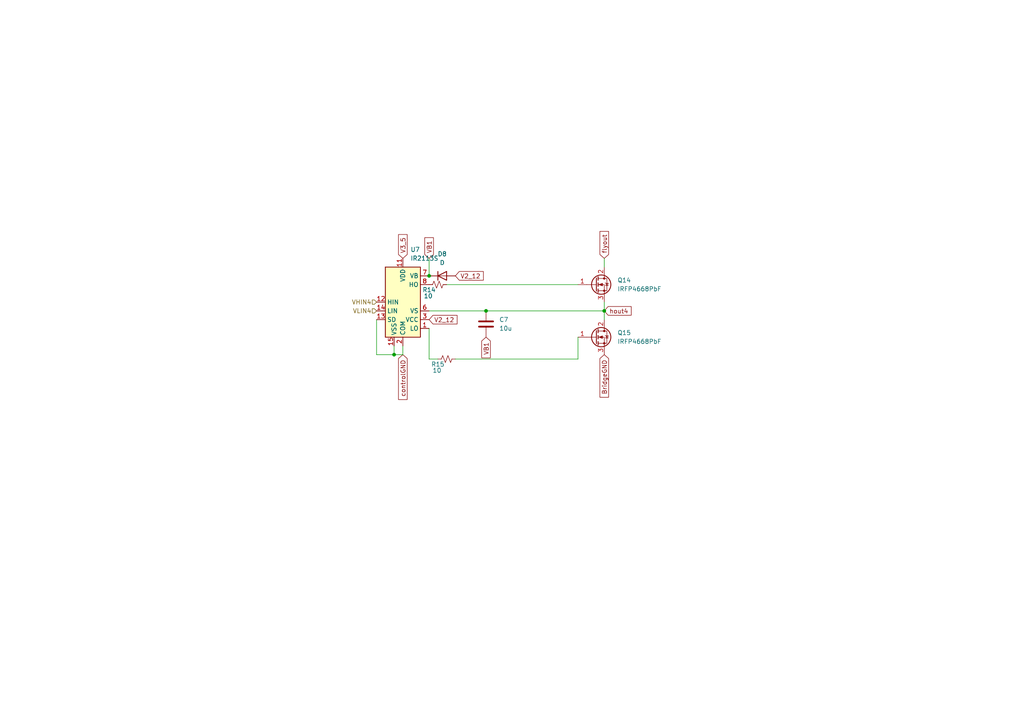
<source format=kicad_sch>
(kicad_sch
	(version 20231120)
	(generator "eeschema")
	(generator_version "8.0")
	(uuid "31f12878-9baa-4733-9a47-00a44b9d8b69")
	(paper "A4")
	(lib_symbols
		(symbol "Device:C"
			(pin_numbers hide)
			(pin_names
				(offset 0.254)
			)
			(exclude_from_sim no)
			(in_bom yes)
			(on_board yes)
			(property "Reference" "C"
				(at 0.635 2.54 0)
				(effects
					(font
						(size 1.27 1.27)
					)
					(justify left)
				)
			)
			(property "Value" "C"
				(at 0.635 -2.54 0)
				(effects
					(font
						(size 1.27 1.27)
					)
					(justify left)
				)
			)
			(property "Footprint" ""
				(at 0.9652 -3.81 0)
				(effects
					(font
						(size 1.27 1.27)
					)
					(hide yes)
				)
			)
			(property "Datasheet" "~"
				(at 0 0 0)
				(effects
					(font
						(size 1.27 1.27)
					)
					(hide yes)
				)
			)
			(property "Description" "Unpolarized capacitor"
				(at 0 0 0)
				(effects
					(font
						(size 1.27 1.27)
					)
					(hide yes)
				)
			)
			(property "ki_keywords" "cap capacitor"
				(at 0 0 0)
				(effects
					(font
						(size 1.27 1.27)
					)
					(hide yes)
				)
			)
			(property "ki_fp_filters" "C_*"
				(at 0 0 0)
				(effects
					(font
						(size 1.27 1.27)
					)
					(hide yes)
				)
			)
			(symbol "C_0_1"
				(polyline
					(pts
						(xy -2.032 -0.762) (xy 2.032 -0.762)
					)
					(stroke
						(width 0.508)
						(type default)
					)
					(fill
						(type none)
					)
				)
				(polyline
					(pts
						(xy -2.032 0.762) (xy 2.032 0.762)
					)
					(stroke
						(width 0.508)
						(type default)
					)
					(fill
						(type none)
					)
				)
			)
			(symbol "C_1_1"
				(pin passive line
					(at 0 3.81 270)
					(length 2.794)
					(name "~"
						(effects
							(font
								(size 1.27 1.27)
							)
						)
					)
					(number "1"
						(effects
							(font
								(size 1.27 1.27)
							)
						)
					)
				)
				(pin passive line
					(at 0 -3.81 90)
					(length 2.794)
					(name "~"
						(effects
							(font
								(size 1.27 1.27)
							)
						)
					)
					(number "2"
						(effects
							(font
								(size 1.27 1.27)
							)
						)
					)
				)
			)
		)
		(symbol "Device:D"
			(pin_numbers hide)
			(pin_names
				(offset 1.016) hide)
			(exclude_from_sim no)
			(in_bom yes)
			(on_board yes)
			(property "Reference" "D"
				(at 0 2.54 0)
				(effects
					(font
						(size 1.27 1.27)
					)
				)
			)
			(property "Value" "D"
				(at 0 -2.54 0)
				(effects
					(font
						(size 1.27 1.27)
					)
				)
			)
			(property "Footprint" ""
				(at 0 0 0)
				(effects
					(font
						(size 1.27 1.27)
					)
					(hide yes)
				)
			)
			(property "Datasheet" "~"
				(at 0 0 0)
				(effects
					(font
						(size 1.27 1.27)
					)
					(hide yes)
				)
			)
			(property "Description" "Diode"
				(at 0 0 0)
				(effects
					(font
						(size 1.27 1.27)
					)
					(hide yes)
				)
			)
			(property "Sim.Device" "D"
				(at 0 0 0)
				(effects
					(font
						(size 1.27 1.27)
					)
					(hide yes)
				)
			)
			(property "Sim.Pins" "1=K 2=A"
				(at 0 0 0)
				(effects
					(font
						(size 1.27 1.27)
					)
					(hide yes)
				)
			)
			(property "ki_keywords" "diode"
				(at 0 0 0)
				(effects
					(font
						(size 1.27 1.27)
					)
					(hide yes)
				)
			)
			(property "ki_fp_filters" "TO-???* *_Diode_* *SingleDiode* D_*"
				(at 0 0 0)
				(effects
					(font
						(size 1.27 1.27)
					)
					(hide yes)
				)
			)
			(symbol "D_0_1"
				(polyline
					(pts
						(xy -1.27 1.27) (xy -1.27 -1.27)
					)
					(stroke
						(width 0.254)
						(type default)
					)
					(fill
						(type none)
					)
				)
				(polyline
					(pts
						(xy 1.27 0) (xy -1.27 0)
					)
					(stroke
						(width 0)
						(type default)
					)
					(fill
						(type none)
					)
				)
				(polyline
					(pts
						(xy 1.27 1.27) (xy 1.27 -1.27) (xy -1.27 0) (xy 1.27 1.27)
					)
					(stroke
						(width 0.254)
						(type default)
					)
					(fill
						(type none)
					)
				)
			)
			(symbol "D_1_1"
				(pin passive line
					(at -3.81 0 0)
					(length 2.54)
					(name "K"
						(effects
							(font
								(size 1.27 1.27)
							)
						)
					)
					(number "1"
						(effects
							(font
								(size 1.27 1.27)
							)
						)
					)
				)
				(pin passive line
					(at 3.81 0 180)
					(length 2.54)
					(name "A"
						(effects
							(font
								(size 1.27 1.27)
							)
						)
					)
					(number "2"
						(effects
							(font
								(size 1.27 1.27)
							)
						)
					)
				)
			)
		)
		(symbol "Device:R_Small_US"
			(pin_numbers hide)
			(pin_names
				(offset 0.254) hide)
			(exclude_from_sim no)
			(in_bom yes)
			(on_board yes)
			(property "Reference" "R"
				(at 0.762 0.508 0)
				(effects
					(font
						(size 1.27 1.27)
					)
					(justify left)
				)
			)
			(property "Value" "R_Small_US"
				(at 0.762 -1.016 0)
				(effects
					(font
						(size 1.27 1.27)
					)
					(justify left)
				)
			)
			(property "Footprint" ""
				(at 0 0 0)
				(effects
					(font
						(size 1.27 1.27)
					)
					(hide yes)
				)
			)
			(property "Datasheet" "~"
				(at 0 0 0)
				(effects
					(font
						(size 1.27 1.27)
					)
					(hide yes)
				)
			)
			(property "Description" "Resistor, small US symbol"
				(at 0 0 0)
				(effects
					(font
						(size 1.27 1.27)
					)
					(hide yes)
				)
			)
			(property "ki_keywords" "r resistor"
				(at 0 0 0)
				(effects
					(font
						(size 1.27 1.27)
					)
					(hide yes)
				)
			)
			(property "ki_fp_filters" "R_*"
				(at 0 0 0)
				(effects
					(font
						(size 1.27 1.27)
					)
					(hide yes)
				)
			)
			(symbol "R_Small_US_1_1"
				(polyline
					(pts
						(xy 0 0) (xy 1.016 -0.381) (xy 0 -0.762) (xy -1.016 -1.143) (xy 0 -1.524)
					)
					(stroke
						(width 0)
						(type default)
					)
					(fill
						(type none)
					)
				)
				(polyline
					(pts
						(xy 0 1.524) (xy 1.016 1.143) (xy 0 0.762) (xy -1.016 0.381) (xy 0 0)
					)
					(stroke
						(width 0)
						(type default)
					)
					(fill
						(type none)
					)
				)
				(pin passive line
					(at 0 2.54 270)
					(length 1.016)
					(name "~"
						(effects
							(font
								(size 1.27 1.27)
							)
						)
					)
					(number "1"
						(effects
							(font
								(size 1.27 1.27)
							)
						)
					)
				)
				(pin passive line
					(at 0 -2.54 90)
					(length 1.016)
					(name "~"
						(effects
							(font
								(size 1.27 1.27)
							)
						)
					)
					(number "2"
						(effects
							(font
								(size 1.27 1.27)
							)
						)
					)
				)
			)
		)
		(symbol "Driver_FET:IR2113S"
			(exclude_from_sim no)
			(in_bom yes)
			(on_board yes)
			(property "Reference" "U"
				(at 1.27 13.335 0)
				(effects
					(font
						(size 1.27 1.27)
					)
					(justify left)
				)
			)
			(property "Value" "IR2113S"
				(at 1.27 11.43 0)
				(effects
					(font
						(size 1.27 1.27)
					)
					(justify left)
				)
			)
			(property "Footprint" "Package_SO:SOIC-16W_7.5x10.3mm_P1.27mm"
				(at 0 0 0)
				(effects
					(font
						(size 1.27 1.27)
						(italic yes)
					)
					(hide yes)
				)
			)
			(property "Datasheet" "https://www.infineon.com/dgdl/ir2110.pdf?fileId=5546d462533600a4015355c80333167e"
				(at 0 0 0)
				(effects
					(font
						(size 1.27 1.27)
					)
					(hide yes)
				)
			)
			(property "Description" "High and Low Side Driver, 500V, 2.0/2.0A, SOIC-16W"
				(at 0 0 0)
				(effects
					(font
						(size 1.27 1.27)
					)
					(hide yes)
				)
			)
			(property "ki_keywords" "Gate Driver"
				(at 0 0 0)
				(effects
					(font
						(size 1.27 1.27)
					)
					(hide yes)
				)
			)
			(property "ki_fp_filters" "SOIC*7.5x10.3mm*P1.27mm*"
				(at 0 0 0)
				(effects
					(font
						(size 1.27 1.27)
					)
					(hide yes)
				)
			)
			(symbol "IR2113S_0_1"
				(rectangle
					(start -5.08 -10.16)
					(end 5.08 10.16)
					(stroke
						(width 0.254)
						(type default)
					)
					(fill
						(type background)
					)
				)
			)
			(symbol "IR2113S_1_1"
				(pin output line
					(at 7.62 -7.62 180)
					(length 2.54)
					(name "LO"
						(effects
							(font
								(size 1.27 1.27)
							)
						)
					)
					(number "1"
						(effects
							(font
								(size 1.27 1.27)
							)
						)
					)
				)
				(pin no_connect line
					(at 5.08 2.54 180)
					(length 2.54) hide
					(name "NC"
						(effects
							(font
								(size 1.27 1.27)
							)
						)
					)
					(number "10"
						(effects
							(font
								(size 1.27 1.27)
							)
						)
					)
				)
				(pin power_in line
					(at 0 12.7 270)
					(length 2.54)
					(name "VDD"
						(effects
							(font
								(size 1.27 1.27)
							)
						)
					)
					(number "11"
						(effects
							(font
								(size 1.27 1.27)
							)
						)
					)
				)
				(pin input line
					(at -7.62 0 0)
					(length 2.54)
					(name "HIN"
						(effects
							(font
								(size 1.27 1.27)
							)
						)
					)
					(number "12"
						(effects
							(font
								(size 1.27 1.27)
							)
						)
					)
				)
				(pin input line
					(at -7.62 -5.08 0)
					(length 2.54)
					(name "SD"
						(effects
							(font
								(size 1.27 1.27)
							)
						)
					)
					(number "13"
						(effects
							(font
								(size 1.27 1.27)
							)
						)
					)
				)
				(pin input line
					(at -7.62 -2.54 0)
					(length 2.54)
					(name "LIN"
						(effects
							(font
								(size 1.27 1.27)
							)
						)
					)
					(number "14"
						(effects
							(font
								(size 1.27 1.27)
							)
						)
					)
				)
				(pin power_in line
					(at -2.54 -12.7 90)
					(length 2.54)
					(name "VSS"
						(effects
							(font
								(size 1.27 1.27)
							)
						)
					)
					(number "15"
						(effects
							(font
								(size 1.27 1.27)
							)
						)
					)
				)
				(pin no_connect line
					(at 5.08 0 180)
					(length 2.54) hide
					(name "NC"
						(effects
							(font
								(size 1.27 1.27)
							)
						)
					)
					(number "16"
						(effects
							(font
								(size 1.27 1.27)
							)
						)
					)
				)
				(pin power_in line
					(at 0 -12.7 90)
					(length 2.54)
					(name "COM"
						(effects
							(font
								(size 1.27 1.27)
							)
						)
					)
					(number "2"
						(effects
							(font
								(size 1.27 1.27)
							)
						)
					)
				)
				(pin power_in line
					(at 7.62 -5.08 180)
					(length 2.54)
					(name "VCC"
						(effects
							(font
								(size 1.27 1.27)
							)
						)
					)
					(number "3"
						(effects
							(font
								(size 1.27 1.27)
							)
						)
					)
				)
				(pin no_connect line
					(at -5.08 7.62 0)
					(length 2.54) hide
					(name "NC"
						(effects
							(font
								(size 1.27 1.27)
							)
						)
					)
					(number "4"
						(effects
							(font
								(size 1.27 1.27)
							)
						)
					)
				)
				(pin no_connect line
					(at -5.08 5.08 0)
					(length 2.54) hide
					(name "NC"
						(effects
							(font
								(size 1.27 1.27)
							)
						)
					)
					(number "5"
						(effects
							(font
								(size 1.27 1.27)
							)
						)
					)
				)
				(pin passive line
					(at 7.62 -2.54 180)
					(length 2.54)
					(name "VS"
						(effects
							(font
								(size 1.27 1.27)
							)
						)
					)
					(number "6"
						(effects
							(font
								(size 1.27 1.27)
							)
						)
					)
				)
				(pin passive line
					(at 7.62 7.62 180)
					(length 2.54)
					(name "VB"
						(effects
							(font
								(size 1.27 1.27)
							)
						)
					)
					(number "7"
						(effects
							(font
								(size 1.27 1.27)
							)
						)
					)
				)
				(pin output line
					(at 7.62 5.08 180)
					(length 2.54)
					(name "HO"
						(effects
							(font
								(size 1.27 1.27)
							)
						)
					)
					(number "8"
						(effects
							(font
								(size 1.27 1.27)
							)
						)
					)
				)
				(pin no_connect line
					(at -5.08 2.54 0)
					(length 2.54) hide
					(name "NC"
						(effects
							(font
								(size 1.27 1.27)
							)
						)
					)
					(number "9"
						(effects
							(font
								(size 1.27 1.27)
							)
						)
					)
				)
			)
		)
		(symbol "Transistor_FET:IRFP4668PbF"
			(pin_names hide)
			(exclude_from_sim no)
			(in_bom yes)
			(on_board yes)
			(property "Reference" "Q"
				(at 5.08 1.905 0)
				(effects
					(font
						(size 1.27 1.27)
					)
					(justify left)
				)
			)
			(property "Value" "IRFP4668PbF"
				(at 5.08 0 0)
				(effects
					(font
						(size 1.27 1.27)
					)
					(justify left)
				)
			)
			(property "Footprint" "Package_TO_SOT_THT:TO-247-3_Vertical"
				(at 5.08 -1.905 0)
				(effects
					(font
						(size 1.27 1.27)
						(italic yes)
					)
					(justify left)
					(hide yes)
				)
			)
			(property "Datasheet" "https://www.infineon.com/dgdl/irfp4668pbf.pdf?fileId=5546d462533600a40153562c8528201d"
				(at 5.08 -3.81 0)
				(effects
					(font
						(size 1.27 1.27)
					)
					(justify left)
					(hide yes)
				)
			)
			(property "Description" "130A Id, 200V Vds, N-Channel Power MOSFET, TO-247"
				(at 0 0 0)
				(effects
					(font
						(size 1.27 1.27)
					)
					(hide yes)
				)
			)
			(property "ki_keywords" "N-Channel Power MOSFET"
				(at 0 0 0)
				(effects
					(font
						(size 1.27 1.27)
					)
					(hide yes)
				)
			)
			(property "ki_fp_filters" "TO?247*"
				(at 0 0 0)
				(effects
					(font
						(size 1.27 1.27)
					)
					(hide yes)
				)
			)
			(symbol "IRFP4668PbF_0_1"
				(polyline
					(pts
						(xy 0.254 0) (xy -2.54 0)
					)
					(stroke
						(width 0)
						(type default)
					)
					(fill
						(type none)
					)
				)
				(polyline
					(pts
						(xy 0.254 1.905) (xy 0.254 -1.905)
					)
					(stroke
						(width 0.254)
						(type default)
					)
					(fill
						(type none)
					)
				)
				(polyline
					(pts
						(xy 0.762 -1.27) (xy 0.762 -2.286)
					)
					(stroke
						(width 0.254)
						(type default)
					)
					(fill
						(type none)
					)
				)
				(polyline
					(pts
						(xy 0.762 0.508) (xy 0.762 -0.508)
					)
					(stroke
						(width 0.254)
						(type default)
					)
					(fill
						(type none)
					)
				)
				(polyline
					(pts
						(xy 0.762 2.286) (xy 0.762 1.27)
					)
					(stroke
						(width 0.254)
						(type default)
					)
					(fill
						(type none)
					)
				)
				(polyline
					(pts
						(xy 2.54 2.54) (xy 2.54 1.778)
					)
					(stroke
						(width 0)
						(type default)
					)
					(fill
						(type none)
					)
				)
				(polyline
					(pts
						(xy 2.54 -2.54) (xy 2.54 0) (xy 0.762 0)
					)
					(stroke
						(width 0)
						(type default)
					)
					(fill
						(type none)
					)
				)
				(polyline
					(pts
						(xy 0.762 -1.778) (xy 3.302 -1.778) (xy 3.302 1.778) (xy 0.762 1.778)
					)
					(stroke
						(width 0)
						(type default)
					)
					(fill
						(type none)
					)
				)
				(polyline
					(pts
						(xy 1.016 0) (xy 2.032 0.381) (xy 2.032 -0.381) (xy 1.016 0)
					)
					(stroke
						(width 0)
						(type default)
					)
					(fill
						(type outline)
					)
				)
				(polyline
					(pts
						(xy 2.794 0.508) (xy 2.921 0.381) (xy 3.683 0.381) (xy 3.81 0.254)
					)
					(stroke
						(width 0)
						(type default)
					)
					(fill
						(type none)
					)
				)
				(polyline
					(pts
						(xy 3.302 0.381) (xy 2.921 -0.254) (xy 3.683 -0.254) (xy 3.302 0.381)
					)
					(stroke
						(width 0)
						(type default)
					)
					(fill
						(type none)
					)
				)
				(circle
					(center 1.651 0)
					(radius 2.794)
					(stroke
						(width 0.254)
						(type default)
					)
					(fill
						(type none)
					)
				)
				(circle
					(center 2.54 -1.778)
					(radius 0.254)
					(stroke
						(width 0)
						(type default)
					)
					(fill
						(type outline)
					)
				)
				(circle
					(center 2.54 1.778)
					(radius 0.254)
					(stroke
						(width 0)
						(type default)
					)
					(fill
						(type outline)
					)
				)
			)
			(symbol "IRFP4668PbF_1_1"
				(pin input line
					(at -5.08 0 0)
					(length 2.54)
					(name "G"
						(effects
							(font
								(size 1.27 1.27)
							)
						)
					)
					(number "1"
						(effects
							(font
								(size 1.27 1.27)
							)
						)
					)
				)
				(pin passive line
					(at 2.54 5.08 270)
					(length 2.54)
					(name "D"
						(effects
							(font
								(size 1.27 1.27)
							)
						)
					)
					(number "2"
						(effects
							(font
								(size 1.27 1.27)
							)
						)
					)
				)
				(pin passive line
					(at 2.54 -5.08 90)
					(length 2.54)
					(name "S"
						(effects
							(font
								(size 1.27 1.27)
							)
						)
					)
					(number "3"
						(effects
							(font
								(size 1.27 1.27)
							)
						)
					)
				)
			)
		)
	)
	(junction
		(at 175.26 90.17)
		(diameter 0)
		(color 0 0 0 0)
		(uuid "0ef7be2e-1ed4-4b38-ac4d-56819edb0115")
	)
	(junction
		(at 140.97 90.17)
		(diameter 0)
		(color 0 0 0 0)
		(uuid "31f83d1f-23c0-46a8-ac1d-6d7aa278d511")
	)
	(junction
		(at 124.46 80.01)
		(diameter 0)
		(color 0 0 0 0)
		(uuid "4091bddd-43ae-45a2-aee8-9ce647f960c7")
	)
	(junction
		(at 114.3 102.87)
		(diameter 0)
		(color 0 0 0 0)
		(uuid "d0b7e112-b8bd-4fef-b12c-24193ae636d2")
	)
	(wire
		(pts
			(xy 167.64 104.14) (xy 167.64 97.79)
		)
		(stroke
			(width 0)
			(type default)
		)
		(uuid "13bfcbc7-fdcd-4b8d-a566-ba006b341d19")
	)
	(wire
		(pts
			(xy 175.26 87.63) (xy 175.26 90.17)
		)
		(stroke
			(width 0)
			(type default)
		)
		(uuid "4ddb37c4-447d-4502-bd4a-d5363f825b65")
	)
	(wire
		(pts
			(xy 140.97 90.17) (xy 175.26 90.17)
		)
		(stroke
			(width 0)
			(type default)
		)
		(uuid "573ebdd1-58b8-4baf-835a-4f7b7d42b981")
	)
	(wire
		(pts
			(xy 124.46 95.25) (xy 124.46 104.14)
		)
		(stroke
			(width 0)
			(type default)
		)
		(uuid "785eb7bd-33f9-4bac-bb50-496b4f3dbbbb")
	)
	(wire
		(pts
			(xy 109.22 92.71) (xy 109.22 102.87)
		)
		(stroke
			(width 0)
			(type default)
		)
		(uuid "8197a78e-efc8-469a-8f28-eb79657ec515")
	)
	(wire
		(pts
			(xy 116.84 102.87) (xy 116.84 100.33)
		)
		(stroke
			(width 0)
			(type default)
		)
		(uuid "8488a33e-d7c0-445e-abab-7a991dda0877")
	)
	(wire
		(pts
			(xy 124.46 104.14) (xy 127 104.14)
		)
		(stroke
			(width 0)
			(type default)
		)
		(uuid "94ae486c-1694-4f77-b9eb-6b8c8e077be7")
	)
	(wire
		(pts
			(xy 132.08 104.14) (xy 167.64 104.14)
		)
		(stroke
			(width 0)
			(type default)
		)
		(uuid "a36c9bc9-873a-459d-9889-bbe492499bfc")
	)
	(wire
		(pts
			(xy 175.26 74.93) (xy 175.26 77.47)
		)
		(stroke
			(width 0)
			(type default)
		)
		(uuid "a4677231-35f3-4a56-9c67-2fbe2da034f2")
	)
	(wire
		(pts
			(xy 124.46 90.17) (xy 140.97 90.17)
		)
		(stroke
			(width 0)
			(type default)
		)
		(uuid "b5ebd12e-7e82-4d19-bf22-4ccbd44926fb")
	)
	(wire
		(pts
			(xy 124.46 74.93) (xy 124.46 80.01)
		)
		(stroke
			(width 0)
			(type default)
		)
		(uuid "c16552b3-4fac-4137-80e6-33afe2f1bf77")
	)
	(wire
		(pts
			(xy 109.22 102.87) (xy 114.3 102.87)
		)
		(stroke
			(width 0)
			(type default)
		)
		(uuid "caff4d72-d9b3-485b-abed-df18aa7df9d8")
	)
	(wire
		(pts
			(xy 175.26 90.17) (xy 175.26 92.71)
		)
		(stroke
			(width 0)
			(type default)
		)
		(uuid "d85ee250-8a39-41c8-a054-0e46647ad93a")
	)
	(wire
		(pts
			(xy 114.3 102.87) (xy 116.84 102.87)
		)
		(stroke
			(width 0)
			(type default)
		)
		(uuid "e92979a5-7556-4af6-8637-b46e9bb1384e")
	)
	(wire
		(pts
			(xy 114.3 100.33) (xy 114.3 102.87)
		)
		(stroke
			(width 0)
			(type default)
		)
		(uuid "ebf11a7a-f245-4907-b45f-d001448e446d")
	)
	(wire
		(pts
			(xy 129.54 82.55) (xy 167.64 82.55)
		)
		(stroke
			(width 0)
			(type default)
		)
		(uuid "f92b02b6-40e9-4970-932c-adf9aa5e9654")
	)
	(global_label "VB1"
		(shape input)
		(at 124.46 74.93 90)
		(fields_autoplaced yes)
		(effects
			(font
				(size 1.27 1.27)
			)
			(justify left)
		)
		(uuid "1283cd52-44f0-4172-b20d-227b1a2c1ebf")
		(property "Intersheetrefs" "${INTERSHEET_REFS}"
			(at 124.46 68.3767 90)
			(effects
				(font
					(size 1.27 1.27)
				)
				(justify left)
				(hide yes)
			)
		)
	)
	(global_label "BridgeGND"
		(shape input)
		(at 175.26 102.87 270)
		(fields_autoplaced yes)
		(effects
			(font
				(size 1.27 1.27)
			)
			(justify right)
		)
		(uuid "16ec0c16-9f1c-4833-b114-cba6d264d8ac")
		(property "Intersheetrefs" "${INTERSHEET_REFS}"
			(at 175.26 115.7733 90)
			(effects
				(font
					(size 1.27 1.27)
				)
				(justify right)
				(hide yes)
			)
		)
	)
	(global_label "hout4"
		(shape input)
		(at 175.26 90.17 0)
		(fields_autoplaced yes)
		(effects
			(font
				(size 1.27 1.27)
			)
			(justify left)
		)
		(uuid "2bb93fa1-2294-42fd-9151-da7fb9f095ec")
		(property "Intersheetrefs" "${INTERSHEET_REFS}"
			(at 183.6274 90.17 0)
			(effects
				(font
					(size 1.27 1.27)
				)
				(justify left)
				(hide yes)
			)
		)
	)
	(global_label "V3_5"
		(shape input)
		(at 116.84 74.93 90)
		(fields_autoplaced yes)
		(effects
			(font
				(size 1.27 1.27)
			)
			(justify left)
		)
		(uuid "7ca71e15-bc4a-425e-ae75-ba327cb63c72")
		(property "Intersheetrefs" "${INTERSHEET_REFS}"
			(at 116.84 67.4696 90)
			(effects
				(font
					(size 1.27 1.27)
				)
				(justify left)
				(hide yes)
			)
		)
	)
	(global_label "V2_12"
		(shape input)
		(at 124.46 92.71 0)
		(fields_autoplaced yes)
		(effects
			(font
				(size 1.27 1.27)
			)
			(justify left)
		)
		(uuid "b05fb48f-90bf-4514-b0c6-af63ea6a2a09")
		(property "Intersheetrefs" "${INTERSHEET_REFS}"
			(at 133.1299 92.71 0)
			(effects
				(font
					(size 1.27 1.27)
				)
				(justify left)
				(hide yes)
			)
		)
	)
	(global_label "V2_12"
		(shape input)
		(at 132.08 80.01 0)
		(fields_autoplaced yes)
		(effects
			(font
				(size 1.27 1.27)
			)
			(justify left)
		)
		(uuid "c711dd8e-f93b-4f19-9516-a65f6fc4dfea")
		(property "Intersheetrefs" "${INTERSHEET_REFS}"
			(at 140.7499 80.01 0)
			(effects
				(font
					(size 1.27 1.27)
				)
				(justify left)
				(hide yes)
			)
		)
	)
	(global_label "controlGND"
		(shape input)
		(at 116.84 102.87 270)
		(fields_autoplaced yes)
		(effects
			(font
				(size 1.27 1.27)
			)
			(justify right)
		)
		(uuid "dc77a74c-0ad6-4bf1-a899-531bb740576f")
		(property "Intersheetrefs" "${INTERSHEET_REFS}"
			(at 116.84 116.4384 90)
			(effects
				(font
					(size 1.27 1.27)
				)
				(justify right)
				(hide yes)
			)
		)
	)
	(global_label "VB1"
		(shape input)
		(at 140.97 97.79 270)
		(fields_autoplaced yes)
		(effects
			(font
				(size 1.27 1.27)
			)
			(justify right)
		)
		(uuid "e310549d-a93e-402e-affd-501f590399fa")
		(property "Intersheetrefs" "${INTERSHEET_REFS}"
			(at 140.97 104.3433 90)
			(effects
				(font
					(size 1.27 1.27)
				)
				(justify right)
				(hide yes)
			)
		)
	)
	(global_label "flyout"
		(shape input)
		(at 175.26 74.93 90)
		(fields_autoplaced yes)
		(effects
			(font
				(size 1.27 1.27)
			)
			(justify left)
		)
		(uuid "f11ec0a3-a272-4712-ba69-784056e28263")
		(property "Intersheetrefs" "${INTERSHEET_REFS}"
			(at 175.26 66.5626 90)
			(effects
				(font
					(size 1.27 1.27)
				)
				(justify left)
				(hide yes)
			)
		)
	)
	(hierarchical_label "VLIN4"
		(shape input)
		(at 109.22 90.17 180)
		(fields_autoplaced yes)
		(effects
			(font
				(size 1.27 1.27)
			)
			(justify right)
		)
		(uuid "181961f2-2546-4797-830f-605f02bb4f4d")
	)
	(hierarchical_label "VHIN4"
		(shape input)
		(at 109.22 87.63 180)
		(fields_autoplaced yes)
		(effects
			(font
				(size 1.27 1.27)
			)
			(justify right)
		)
		(uuid "2b5fd863-30d0-44af-8be3-0c4eea61929a")
	)
	(symbol
		(lib_id "Device:R_Small_US")
		(at 129.54 104.14 90)
		(unit 1)
		(exclude_from_sim no)
		(in_bom yes)
		(on_board yes)
		(dnp no)
		(uuid "0591af1a-0926-4c76-a890-8411c5991e78")
		(property "Reference" "R15"
			(at 127 105.664 90)
			(effects
				(font
					(size 1.27 1.27)
				)
			)
		)
		(property "Value" "10"
			(at 126.746 107.442 90)
			(effects
				(font
					(size 1.27 1.27)
				)
			)
		)
		(property "Footprint" "Resistor_SMD:R_01005_0402Metric"
			(at 129.54 104.14 0)
			(effects
				(font
					(size 1.27 1.27)
				)
				(hide yes)
			)
		)
		(property "Datasheet" "~"
			(at 129.54 104.14 0)
			(effects
				(font
					(size 1.27 1.27)
				)
				(hide yes)
			)
		)
		(property "Description" "Resistor, small US symbol"
			(at 129.54 104.14 0)
			(effects
				(font
					(size 1.27 1.27)
				)
				(hide yes)
			)
		)
		(pin "2"
			(uuid "3aa0c213-ff8c-4ee6-8aa8-5f17629424e4")
		)
		(pin "1"
			(uuid "85333e4c-d40d-446f-b33c-d3c39c6a50f9")
		)
		(instances
			(project ""
				(path "/edf94242-0cdc-4580-8fae-fd56a0fef1a3/42a2339c-41c5-4928-9deb-9cade6f0c631/d81779df-c179-4db1-b94c-88b4f9e61f5a"
					(reference "R15")
					(unit 1)
				)
			)
		)
	)
	(symbol
		(lib_id "Device:D")
		(at 128.27 80.01 0)
		(unit 1)
		(exclude_from_sim no)
		(in_bom yes)
		(on_board yes)
		(dnp no)
		(fields_autoplaced yes)
		(uuid "181d569f-dfcc-4315-9a9c-727993ac7e9b")
		(property "Reference" "D8"
			(at 128.27 73.66 0)
			(effects
				(font
					(size 1.27 1.27)
				)
			)
		)
		(property "Value" "D"
			(at 128.27 76.2 0)
			(effects
				(font
					(size 1.27 1.27)
				)
			)
		)
		(property "Footprint" "Diode_SMD:D_1206_3216Metric_Pad1.42x1.75mm_HandSolder"
			(at 128.27 80.01 0)
			(effects
				(font
					(size 1.27 1.27)
				)
				(hide yes)
			)
		)
		(property "Datasheet" "~"
			(at 128.27 80.01 0)
			(effects
				(font
					(size 1.27 1.27)
				)
				(hide yes)
			)
		)
		(property "Description" "Diode"
			(at 128.27 80.01 0)
			(effects
				(font
					(size 1.27 1.27)
				)
				(hide yes)
			)
		)
		(property "Sim.Device" "D"
			(at 128.27 80.01 0)
			(effects
				(font
					(size 1.27 1.27)
				)
				(hide yes)
			)
		)
		(property "Sim.Pins" "1=K 2=A"
			(at 128.27 80.01 0)
			(effects
				(font
					(size 1.27 1.27)
				)
				(hide yes)
			)
		)
		(pin "1"
			(uuid "80dc9135-1b00-4ead-992c-891444379998")
		)
		(pin "2"
			(uuid "8223caf2-26bc-445b-a3c4-37b5acf39c36")
		)
		(instances
			(project ""
				(path "/edf94242-0cdc-4580-8fae-fd56a0fef1a3/42a2339c-41c5-4928-9deb-9cade6f0c631/d81779df-c179-4db1-b94c-88b4f9e61f5a"
					(reference "D8")
					(unit 1)
				)
			)
		)
	)
	(symbol
		(lib_id "Driver_FET:IR2113S")
		(at 116.84 87.63 0)
		(unit 1)
		(exclude_from_sim no)
		(in_bom yes)
		(on_board yes)
		(dnp no)
		(fields_autoplaced yes)
		(uuid "2c12e5fd-21b2-4e83-8fad-df04ec53d20d")
		(property "Reference" "U7"
			(at 119.0341 72.39 0)
			(effects
				(font
					(size 1.27 1.27)
				)
				(justify left)
			)
		)
		(property "Value" "IR2113S"
			(at 119.0341 74.93 0)
			(effects
				(font
					(size 1.27 1.27)
				)
				(justify left)
			)
		)
		(property "Footprint" "Package_SO:SOIC-16W_7.5x10.3mm_P1.27mm"
			(at 116.84 87.63 0)
			(effects
				(font
					(size 1.27 1.27)
					(italic yes)
				)
				(hide yes)
			)
		)
		(property "Datasheet" "https://www.infineon.com/dgdl/ir2110.pdf?fileId=5546d462533600a4015355c80333167e"
			(at 116.84 87.63 0)
			(effects
				(font
					(size 1.27 1.27)
				)
				(hide yes)
			)
		)
		(property "Description" "High and Low Side Driver, 500V, 2.0/2.0A, SOIC-16W"
			(at 116.84 87.63 0)
			(effects
				(font
					(size 1.27 1.27)
				)
				(hide yes)
			)
		)
		(pin "1"
			(uuid "b84f95dc-88fb-41f7-a298-363ecd583f69")
		)
		(pin "6"
			(uuid "c5842a1b-5b8e-4b55-a6b3-fb21ee73a6b9")
		)
		(pin "15"
			(uuid "975b1cd0-f499-42be-9f3b-f9eb498d0b73")
		)
		(pin "8"
			(uuid "7a25b5cc-afcc-43bc-83da-c41de7c6fe0e")
		)
		(pin "9"
			(uuid "7a594e9f-6b12-4055-882c-ce7729d53bf7")
		)
		(pin "10"
			(uuid "c3a33765-8249-4bc7-bbeb-51c3433013e0")
		)
		(pin "7"
			(uuid "ba14cd49-3a51-4ed5-af1c-48ecff9df6fb")
		)
		(pin "3"
			(uuid "c6eafbd6-927a-4f30-b2bc-18522b918fef")
		)
		(pin "2"
			(uuid "801bcd05-e600-4693-a09e-f5a789a90ff5")
		)
		(pin "11"
			(uuid "6b35577e-9bb4-48d5-afd2-c80a408e0e6c")
		)
		(pin "14"
			(uuid "2486eb70-5092-46cd-ace2-37a074c5a38d")
		)
		(pin "4"
			(uuid "bb82ad32-5776-4cb2-82c1-6312d8eaf0cc")
		)
		(pin "5"
			(uuid "13015105-da24-467e-ad32-3e7e29de0b7e")
		)
		(pin "12"
			(uuid "8cdb27ec-5335-4a34-aa23-1f2a0813cf88")
		)
		(pin "13"
			(uuid "3852ad07-693c-4c4b-98ad-680c2fc0053b")
		)
		(pin "16"
			(uuid "430fb81e-231f-4b3d-987f-4678e663db49")
		)
		(instances
			(project ""
				(path "/edf94242-0cdc-4580-8fae-fd56a0fef1a3/42a2339c-41c5-4928-9deb-9cade6f0c631/d81779df-c179-4db1-b94c-88b4f9e61f5a"
					(reference "U7")
					(unit 1)
				)
			)
		)
	)
	(symbol
		(lib_id "Device:C")
		(at 140.97 93.98 0)
		(unit 1)
		(exclude_from_sim no)
		(in_bom yes)
		(on_board yes)
		(dnp no)
		(fields_autoplaced yes)
		(uuid "709e1adb-b616-4e7b-aea4-86ec47f842ca")
		(property "Reference" "C7"
			(at 144.78 92.7099 0)
			(effects
				(font
					(size 1.27 1.27)
				)
				(justify left)
			)
		)
		(property "Value" "10u"
			(at 144.78 95.2499 0)
			(effects
				(font
					(size 1.27 1.27)
				)
				(justify left)
			)
		)
		(property "Footprint" "Capacitor_SMD:C_01005_0402Metric"
			(at 141.9352 97.79 0)
			(effects
				(font
					(size 1.27 1.27)
				)
				(hide yes)
			)
		)
		(property "Datasheet" "~"
			(at 140.97 93.98 0)
			(effects
				(font
					(size 1.27 1.27)
				)
				(hide yes)
			)
		)
		(property "Description" "Unpolarized capacitor"
			(at 140.97 93.98 0)
			(effects
				(font
					(size 1.27 1.27)
				)
				(hide yes)
			)
		)
		(pin "2"
			(uuid "9a9bf45e-75a0-404b-aa7f-8b4df773b81a")
		)
		(pin "1"
			(uuid "8868f379-5fbb-4830-b361-8282777093ea")
		)
		(instances
			(project ""
				(path "/edf94242-0cdc-4580-8fae-fd56a0fef1a3/42a2339c-41c5-4928-9deb-9cade6f0c631/d81779df-c179-4db1-b94c-88b4f9e61f5a"
					(reference "C7")
					(unit 1)
				)
			)
		)
	)
	(symbol
		(lib_id "Transistor_FET:IRFP4668PbF")
		(at 172.72 97.79 0)
		(unit 1)
		(exclude_from_sim no)
		(in_bom yes)
		(on_board yes)
		(dnp no)
		(fields_autoplaced yes)
		(uuid "71ec643e-cfd4-493d-8e9f-f2b1dcbca3c1")
		(property "Reference" "Q15"
			(at 179.07 96.5199 0)
			(effects
				(font
					(size 1.27 1.27)
				)
				(justify left)
			)
		)
		(property "Value" "IRFP4668PbF"
			(at 179.07 99.0599 0)
			(effects
				(font
					(size 1.27 1.27)
				)
				(justify left)
			)
		)
		(property "Footprint" "Package_TO_SOT_SMD:SC-59_Handsoldering"
			(at 177.8 99.695 0)
			(effects
				(font
					(size 1.27 1.27)
					(italic yes)
				)
				(justify left)
				(hide yes)
			)
		)
		(property "Datasheet" "https://www.infineon.com/dgdl/irfp4668pbf.pdf?fileId=5546d462533600a40153562c8528201d"
			(at 177.8 101.6 0)
			(effects
				(font
					(size 1.27 1.27)
				)
				(justify left)
				(hide yes)
			)
		)
		(property "Description" "130A Id, 200V Vds, N-Channel Power MOSFET, TO-247"
			(at 172.72 97.79 0)
			(effects
				(font
					(size 1.27 1.27)
				)
				(hide yes)
			)
		)
		(pin "1"
			(uuid "b157ed2c-6e18-4bf8-9c87-9cdce4ed6999")
		)
		(pin "2"
			(uuid "2d08d412-8a6e-4d02-916f-281f8cef9f8b")
		)
		(pin "3"
			(uuid "99aafc42-d2cc-4453-a8f4-a818572899e3")
		)
		(instances
			(project ""
				(path "/edf94242-0cdc-4580-8fae-fd56a0fef1a3/42a2339c-41c5-4928-9deb-9cade6f0c631/d81779df-c179-4db1-b94c-88b4f9e61f5a"
					(reference "Q15")
					(unit 1)
				)
			)
		)
	)
	(symbol
		(lib_id "Transistor_FET:IRFP4668PbF")
		(at 172.72 82.55 0)
		(unit 1)
		(exclude_from_sim no)
		(in_bom yes)
		(on_board yes)
		(dnp no)
		(fields_autoplaced yes)
		(uuid "913ca9af-b785-4b90-9b63-0853d8ac1f63")
		(property "Reference" "Q14"
			(at 179.07 81.2799 0)
			(effects
				(font
					(size 1.27 1.27)
				)
				(justify left)
			)
		)
		(property "Value" "IRFP4668PbF"
			(at 179.07 83.8199 0)
			(effects
				(font
					(size 1.27 1.27)
				)
				(justify left)
			)
		)
		(property "Footprint" "Package_TO_SOT_SMD:SC-59_Handsoldering"
			(at 177.8 84.455 0)
			(effects
				(font
					(size 1.27 1.27)
					(italic yes)
				)
				(justify left)
				(hide yes)
			)
		)
		(property "Datasheet" "https://www.infineon.com/dgdl/irfp4668pbf.pdf?fileId=5546d462533600a40153562c8528201d"
			(at 177.8 86.36 0)
			(effects
				(font
					(size 1.27 1.27)
				)
				(justify left)
				(hide yes)
			)
		)
		(property "Description" "130A Id, 200V Vds, N-Channel Power MOSFET, TO-247"
			(at 172.72 82.55 0)
			(effects
				(font
					(size 1.27 1.27)
				)
				(hide yes)
			)
		)
		(pin "1"
			(uuid "f06df72f-5f77-4b50-b262-bff032366873")
		)
		(pin "2"
			(uuid "1c531299-57a9-4f0a-8667-32155c3c972b")
		)
		(pin "3"
			(uuid "814ae8dd-a6d7-4452-a915-eea8db3f2f9a")
		)
		(instances
			(project ""
				(path "/edf94242-0cdc-4580-8fae-fd56a0fef1a3/42a2339c-41c5-4928-9deb-9cade6f0c631/d81779df-c179-4db1-b94c-88b4f9e61f5a"
					(reference "Q14")
					(unit 1)
				)
			)
		)
	)
	(symbol
		(lib_id "Device:R_Small_US")
		(at 127 82.55 90)
		(unit 1)
		(exclude_from_sim no)
		(in_bom yes)
		(on_board yes)
		(dnp no)
		(uuid "d94ae5ec-150b-4092-a15d-9e5fcf8e538e")
		(property "Reference" "R14"
			(at 124.46 84.074 90)
			(effects
				(font
					(size 1.27 1.27)
				)
			)
		)
		(property "Value" "10"
			(at 124.206 85.852 90)
			(effects
				(font
					(size 1.27 1.27)
				)
			)
		)
		(property "Footprint" "Resistor_SMD:R_01005_0402Metric"
			(at 127 82.55 0)
			(effects
				(font
					(size 1.27 1.27)
				)
				(hide yes)
			)
		)
		(property "Datasheet" "~"
			(at 127 82.55 0)
			(effects
				(font
					(size 1.27 1.27)
				)
				(hide yes)
			)
		)
		(property "Description" "Resistor, small US symbol"
			(at 127 82.55 0)
			(effects
				(font
					(size 1.27 1.27)
				)
				(hide yes)
			)
		)
		(pin "2"
			(uuid "b494e857-132f-4970-be2e-8241a8c41396")
		)
		(pin "1"
			(uuid "7f08c05d-1e31-4d56-9f5b-cb689edaa0f2")
		)
		(instances
			(project ""
				(path "/edf94242-0cdc-4580-8fae-fd56a0fef1a3/42a2339c-41c5-4928-9deb-9cade6f0c631/d81779df-c179-4db1-b94c-88b4f9e61f5a"
					(reference "R14")
					(unit 1)
				)
			)
		)
	)
)

</source>
